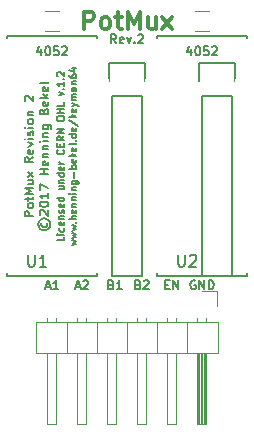
<source format=gto>
%TF.GenerationSoftware,KiCad,Pcbnew,4.0.4-stable*%
%TF.CreationDate,2017-05-05T16:15:10+02:00*%
%TF.ProjectId,potmux,706F746D75782E6B696361645F706362,2*%
%TF.FileFunction,Legend,Top*%
%FSLAX46Y46*%
G04 Gerber Fmt 4.6, Leading zero omitted, Abs format (unit mm)*
G04 Created by KiCad (PCBNEW 4.0.4-stable) date 05/05/17 16:15:10*
%MOMM*%
%LPD*%
G01*
G04 APERTURE LIST*
%ADD10C,0.100000*%
%ADD11C,0.150000*%
%ADD12C,0.300000*%
%ADD13C,0.120000*%
%ADD14R,2.432000X2.127200*%
%ADD15O,2.432000X2.127200*%
%ADD16C,1.797000*%
%ADD17R,2.100000X2.100000*%
%ADD18O,2.100000X2.100000*%
%ADD19O,2.000000X2.000000*%
%ADD20C,2.000000*%
G04 APERTURE END LIST*
D10*
D11*
X141329286Y-93303286D02*
X141079286Y-92946143D01*
X140900714Y-93303286D02*
X140900714Y-92553286D01*
X141186429Y-92553286D01*
X141257857Y-92589000D01*
X141293572Y-92624714D01*
X141329286Y-92696143D01*
X141329286Y-92803286D01*
X141293572Y-92874714D01*
X141257857Y-92910429D01*
X141186429Y-92946143D01*
X140900714Y-92946143D01*
X141936429Y-93267571D02*
X141865000Y-93303286D01*
X141722143Y-93303286D01*
X141650714Y-93267571D01*
X141615000Y-93196143D01*
X141615000Y-92910429D01*
X141650714Y-92839000D01*
X141722143Y-92803286D01*
X141865000Y-92803286D01*
X141936429Y-92839000D01*
X141972143Y-92910429D01*
X141972143Y-92981857D01*
X141615000Y-93053286D01*
X142222143Y-92803286D02*
X142400714Y-93303286D01*
X142579286Y-92803286D01*
X142865000Y-93231857D02*
X142900715Y-93267571D01*
X142865000Y-93303286D01*
X142829286Y-93267571D01*
X142865000Y-93231857D01*
X142865000Y-93303286D01*
X143186429Y-92624714D02*
X143222143Y-92589000D01*
X143293572Y-92553286D01*
X143472143Y-92553286D01*
X143543572Y-92589000D01*
X143579286Y-92624714D01*
X143615001Y-92696143D01*
X143615001Y-92767571D01*
X143579286Y-92874714D01*
X143150715Y-93303286D01*
X143615001Y-93303286D01*
D12*
X138597143Y-92118571D02*
X138597143Y-90618571D01*
X139168571Y-90618571D01*
X139311429Y-90690000D01*
X139382857Y-90761429D01*
X139454286Y-90904286D01*
X139454286Y-91118571D01*
X139382857Y-91261429D01*
X139311429Y-91332857D01*
X139168571Y-91404286D01*
X138597143Y-91404286D01*
X140311429Y-92118571D02*
X140168571Y-92047143D01*
X140097143Y-91975714D01*
X140025714Y-91832857D01*
X140025714Y-91404286D01*
X140097143Y-91261429D01*
X140168571Y-91190000D01*
X140311429Y-91118571D01*
X140525714Y-91118571D01*
X140668571Y-91190000D01*
X140740000Y-91261429D01*
X140811429Y-91404286D01*
X140811429Y-91832857D01*
X140740000Y-91975714D01*
X140668571Y-92047143D01*
X140525714Y-92118571D01*
X140311429Y-92118571D01*
X141240000Y-91118571D02*
X141811429Y-91118571D01*
X141454286Y-90618571D02*
X141454286Y-91904286D01*
X141525714Y-92047143D01*
X141668572Y-92118571D01*
X141811429Y-92118571D01*
X142311429Y-92118571D02*
X142311429Y-90618571D01*
X142811429Y-91690000D01*
X143311429Y-90618571D01*
X143311429Y-92118571D01*
X144668572Y-91118571D02*
X144668572Y-92118571D01*
X144025715Y-91118571D02*
X144025715Y-91904286D01*
X144097143Y-92047143D01*
X144240001Y-92118571D01*
X144454286Y-92118571D01*
X144597143Y-92047143D01*
X144668572Y-91975714D01*
X145240001Y-92118571D02*
X146025715Y-91118571D01*
X145240001Y-91118571D02*
X146025715Y-92118571D01*
D11*
X136906429Y-109698571D02*
X136906429Y-109984285D01*
X136306429Y-109984285D01*
X136906429Y-109498571D02*
X136506429Y-109498571D01*
X136306429Y-109498571D02*
X136335000Y-109527142D01*
X136363571Y-109498571D01*
X136335000Y-109469999D01*
X136306429Y-109498571D01*
X136363571Y-109498571D01*
X136877857Y-108955714D02*
X136906429Y-109012857D01*
X136906429Y-109127143D01*
X136877857Y-109184285D01*
X136849286Y-109212857D01*
X136792143Y-109241428D01*
X136620714Y-109241428D01*
X136563571Y-109212857D01*
X136535000Y-109184285D01*
X136506429Y-109127143D01*
X136506429Y-109012857D01*
X136535000Y-108955714D01*
X136877857Y-108469999D02*
X136906429Y-108527142D01*
X136906429Y-108641428D01*
X136877857Y-108698571D01*
X136820714Y-108727142D01*
X136592143Y-108727142D01*
X136535000Y-108698571D01*
X136506429Y-108641428D01*
X136506429Y-108527142D01*
X136535000Y-108469999D01*
X136592143Y-108441428D01*
X136649286Y-108441428D01*
X136706429Y-108727142D01*
X136506429Y-108184285D02*
X136906429Y-108184285D01*
X136563571Y-108184285D02*
X136535000Y-108155713D01*
X136506429Y-108098571D01*
X136506429Y-108012856D01*
X136535000Y-107955713D01*
X136592143Y-107927142D01*
X136906429Y-107927142D01*
X136877857Y-107669999D02*
X136906429Y-107612856D01*
X136906429Y-107498571D01*
X136877857Y-107441428D01*
X136820714Y-107412856D01*
X136792143Y-107412856D01*
X136735000Y-107441428D01*
X136706429Y-107498571D01*
X136706429Y-107584285D01*
X136677857Y-107641428D01*
X136620714Y-107669999D01*
X136592143Y-107669999D01*
X136535000Y-107641428D01*
X136506429Y-107584285D01*
X136506429Y-107498571D01*
X136535000Y-107441428D01*
X136877857Y-106927142D02*
X136906429Y-106984285D01*
X136906429Y-107098571D01*
X136877857Y-107155714D01*
X136820714Y-107184285D01*
X136592143Y-107184285D01*
X136535000Y-107155714D01*
X136506429Y-107098571D01*
X136506429Y-106984285D01*
X136535000Y-106927142D01*
X136592143Y-106898571D01*
X136649286Y-106898571D01*
X136706429Y-107184285D01*
X136906429Y-106384285D02*
X136306429Y-106384285D01*
X136877857Y-106384285D02*
X136906429Y-106441428D01*
X136906429Y-106555714D01*
X136877857Y-106612856D01*
X136849286Y-106641428D01*
X136792143Y-106669999D01*
X136620714Y-106669999D01*
X136563571Y-106641428D01*
X136535000Y-106612856D01*
X136506429Y-106555714D01*
X136506429Y-106441428D01*
X136535000Y-106384285D01*
X136506429Y-105384285D02*
X136906429Y-105384285D01*
X136506429Y-105641428D02*
X136820714Y-105641428D01*
X136877857Y-105612856D01*
X136906429Y-105555714D01*
X136906429Y-105469999D01*
X136877857Y-105412856D01*
X136849286Y-105384285D01*
X136506429Y-105098571D02*
X136906429Y-105098571D01*
X136563571Y-105098571D02*
X136535000Y-105069999D01*
X136506429Y-105012857D01*
X136506429Y-104927142D01*
X136535000Y-104869999D01*
X136592143Y-104841428D01*
X136906429Y-104841428D01*
X136906429Y-104298571D02*
X136306429Y-104298571D01*
X136877857Y-104298571D02*
X136906429Y-104355714D01*
X136906429Y-104470000D01*
X136877857Y-104527142D01*
X136849286Y-104555714D01*
X136792143Y-104584285D01*
X136620714Y-104584285D01*
X136563571Y-104555714D01*
X136535000Y-104527142D01*
X136506429Y-104470000D01*
X136506429Y-104355714D01*
X136535000Y-104298571D01*
X136877857Y-103784285D02*
X136906429Y-103841428D01*
X136906429Y-103955714D01*
X136877857Y-104012857D01*
X136820714Y-104041428D01*
X136592143Y-104041428D01*
X136535000Y-104012857D01*
X136506429Y-103955714D01*
X136506429Y-103841428D01*
X136535000Y-103784285D01*
X136592143Y-103755714D01*
X136649286Y-103755714D01*
X136706429Y-104041428D01*
X136906429Y-103498571D02*
X136506429Y-103498571D01*
X136620714Y-103498571D02*
X136563571Y-103469999D01*
X136535000Y-103441428D01*
X136506429Y-103384285D01*
X136506429Y-103327142D01*
X136849286Y-102327142D02*
X136877857Y-102355713D01*
X136906429Y-102441427D01*
X136906429Y-102498570D01*
X136877857Y-102584285D01*
X136820714Y-102641427D01*
X136763571Y-102669999D01*
X136649286Y-102698570D01*
X136563571Y-102698570D01*
X136449286Y-102669999D01*
X136392143Y-102641427D01*
X136335000Y-102584285D01*
X136306429Y-102498570D01*
X136306429Y-102441427D01*
X136335000Y-102355713D01*
X136363571Y-102327142D01*
X136592143Y-102069999D02*
X136592143Y-101869999D01*
X136906429Y-101784285D02*
X136906429Y-102069999D01*
X136306429Y-102069999D01*
X136306429Y-101784285D01*
X136906429Y-101184285D02*
X136620714Y-101384285D01*
X136906429Y-101527142D02*
X136306429Y-101527142D01*
X136306429Y-101298570D01*
X136335000Y-101241428D01*
X136363571Y-101212856D01*
X136420714Y-101184285D01*
X136506429Y-101184285D01*
X136563571Y-101212856D01*
X136592143Y-101241428D01*
X136620714Y-101298570D01*
X136620714Y-101527142D01*
X136906429Y-100927142D02*
X136306429Y-100927142D01*
X136906429Y-100584285D01*
X136306429Y-100584285D01*
X136306429Y-99727142D02*
X136306429Y-99612856D01*
X136335000Y-99555714D01*
X136392143Y-99498571D01*
X136506429Y-99469999D01*
X136706429Y-99469999D01*
X136820714Y-99498571D01*
X136877857Y-99555714D01*
X136906429Y-99612856D01*
X136906429Y-99727142D01*
X136877857Y-99784285D01*
X136820714Y-99841428D01*
X136706429Y-99869999D01*
X136506429Y-99869999D01*
X136392143Y-99841428D01*
X136335000Y-99784285D01*
X136306429Y-99727142D01*
X136906429Y-99212857D02*
X136306429Y-99212857D01*
X136592143Y-99212857D02*
X136592143Y-98870000D01*
X136906429Y-98870000D02*
X136306429Y-98870000D01*
X136906429Y-98298572D02*
X136906429Y-98584286D01*
X136306429Y-98584286D01*
X136506429Y-97698572D02*
X136906429Y-97555715D01*
X136506429Y-97412857D01*
X136849286Y-97184286D02*
X136877857Y-97155714D01*
X136906429Y-97184286D01*
X136877857Y-97212857D01*
X136849286Y-97184286D01*
X136906429Y-97184286D01*
X136906429Y-96584286D02*
X136906429Y-96927143D01*
X136906429Y-96755715D02*
X136306429Y-96755715D01*
X136392143Y-96812858D01*
X136449286Y-96870000D01*
X136477857Y-96927143D01*
X136849286Y-96327143D02*
X136877857Y-96298571D01*
X136906429Y-96327143D01*
X136877857Y-96355714D01*
X136849286Y-96327143D01*
X136906429Y-96327143D01*
X136363571Y-96070000D02*
X136335000Y-96041429D01*
X136306429Y-95984286D01*
X136306429Y-95841429D01*
X136335000Y-95784286D01*
X136363571Y-95755715D01*
X136420714Y-95727143D01*
X136477857Y-95727143D01*
X136563571Y-95755715D01*
X136906429Y-96098572D01*
X136906429Y-95727143D01*
X137556429Y-110412856D02*
X137956429Y-110298570D01*
X137670714Y-110184284D01*
X137956429Y-110069999D01*
X137556429Y-109955713D01*
X137556429Y-109784285D02*
X137956429Y-109669999D01*
X137670714Y-109555713D01*
X137956429Y-109441428D01*
X137556429Y-109327142D01*
X137556429Y-109155714D02*
X137956429Y-109041428D01*
X137670714Y-108927142D01*
X137956429Y-108812857D01*
X137556429Y-108698571D01*
X137899286Y-108470000D02*
X137927857Y-108441428D01*
X137956429Y-108470000D01*
X137927857Y-108498571D01*
X137899286Y-108470000D01*
X137956429Y-108470000D01*
X137956429Y-108184286D02*
X137356429Y-108184286D01*
X137956429Y-107927143D02*
X137642143Y-107927143D01*
X137585000Y-107955714D01*
X137556429Y-108012857D01*
X137556429Y-108098572D01*
X137585000Y-108155714D01*
X137613571Y-108184286D01*
X137927857Y-107412857D02*
X137956429Y-107470000D01*
X137956429Y-107584286D01*
X137927857Y-107641429D01*
X137870714Y-107670000D01*
X137642143Y-107670000D01*
X137585000Y-107641429D01*
X137556429Y-107584286D01*
X137556429Y-107470000D01*
X137585000Y-107412857D01*
X137642143Y-107384286D01*
X137699286Y-107384286D01*
X137756429Y-107670000D01*
X137556429Y-107127143D02*
X137956429Y-107127143D01*
X137613571Y-107127143D02*
X137585000Y-107098571D01*
X137556429Y-107041429D01*
X137556429Y-106955714D01*
X137585000Y-106898571D01*
X137642143Y-106870000D01*
X137956429Y-106870000D01*
X137556429Y-106584286D02*
X137956429Y-106584286D01*
X137613571Y-106584286D02*
X137585000Y-106555714D01*
X137556429Y-106498572D01*
X137556429Y-106412857D01*
X137585000Y-106355714D01*
X137642143Y-106327143D01*
X137956429Y-106327143D01*
X137956429Y-106041429D02*
X137556429Y-106041429D01*
X137356429Y-106041429D02*
X137385000Y-106070000D01*
X137413571Y-106041429D01*
X137385000Y-106012857D01*
X137356429Y-106041429D01*
X137413571Y-106041429D01*
X137556429Y-105755715D02*
X137956429Y-105755715D01*
X137613571Y-105755715D02*
X137585000Y-105727143D01*
X137556429Y-105670001D01*
X137556429Y-105584286D01*
X137585000Y-105527143D01*
X137642143Y-105498572D01*
X137956429Y-105498572D01*
X137556429Y-104955715D02*
X138042143Y-104955715D01*
X138099286Y-104984286D01*
X138127857Y-105012858D01*
X138156429Y-105070001D01*
X138156429Y-105155715D01*
X138127857Y-105212858D01*
X137927857Y-104955715D02*
X137956429Y-105012858D01*
X137956429Y-105127144D01*
X137927857Y-105184286D01*
X137899286Y-105212858D01*
X137842143Y-105241429D01*
X137670714Y-105241429D01*
X137613571Y-105212858D01*
X137585000Y-105184286D01*
X137556429Y-105127144D01*
X137556429Y-105012858D01*
X137585000Y-104955715D01*
X137727857Y-104670001D02*
X137727857Y-104212858D01*
X137956429Y-103927144D02*
X137356429Y-103927144D01*
X137585000Y-103927144D02*
X137556429Y-103870001D01*
X137556429Y-103755715D01*
X137585000Y-103698572D01*
X137613571Y-103670001D01*
X137670714Y-103641430D01*
X137842143Y-103641430D01*
X137899286Y-103670001D01*
X137927857Y-103698572D01*
X137956429Y-103755715D01*
X137956429Y-103870001D01*
X137927857Y-103927144D01*
X137927857Y-103155715D02*
X137956429Y-103212858D01*
X137956429Y-103327144D01*
X137927857Y-103384287D01*
X137870714Y-103412858D01*
X137642143Y-103412858D01*
X137585000Y-103384287D01*
X137556429Y-103327144D01*
X137556429Y-103212858D01*
X137585000Y-103155715D01*
X137642143Y-103127144D01*
X137699286Y-103127144D01*
X137756429Y-103412858D01*
X137956429Y-102870001D02*
X137356429Y-102870001D01*
X137727857Y-102812858D02*
X137956429Y-102641429D01*
X137556429Y-102641429D02*
X137785000Y-102870001D01*
X137927857Y-102155715D02*
X137956429Y-102212858D01*
X137956429Y-102327144D01*
X137927857Y-102384287D01*
X137870714Y-102412858D01*
X137642143Y-102412858D01*
X137585000Y-102384287D01*
X137556429Y-102327144D01*
X137556429Y-102212858D01*
X137585000Y-102155715D01*
X137642143Y-102127144D01*
X137699286Y-102127144D01*
X137756429Y-102412858D01*
X137956429Y-101784287D02*
X137927857Y-101841429D01*
X137870714Y-101870001D01*
X137356429Y-101870001D01*
X137899286Y-101555715D02*
X137927857Y-101527143D01*
X137956429Y-101555715D01*
X137927857Y-101584286D01*
X137899286Y-101555715D01*
X137956429Y-101555715D01*
X137956429Y-101012858D02*
X137356429Y-101012858D01*
X137927857Y-101012858D02*
X137956429Y-101070001D01*
X137956429Y-101184287D01*
X137927857Y-101241429D01*
X137899286Y-101270001D01*
X137842143Y-101298572D01*
X137670714Y-101298572D01*
X137613571Y-101270001D01*
X137585000Y-101241429D01*
X137556429Y-101184287D01*
X137556429Y-101070001D01*
X137585000Y-101012858D01*
X137927857Y-100498572D02*
X137956429Y-100555715D01*
X137956429Y-100670001D01*
X137927857Y-100727144D01*
X137870714Y-100755715D01*
X137642143Y-100755715D01*
X137585000Y-100727144D01*
X137556429Y-100670001D01*
X137556429Y-100555715D01*
X137585000Y-100498572D01*
X137642143Y-100470001D01*
X137699286Y-100470001D01*
X137756429Y-100755715D01*
X137327857Y-99784286D02*
X138099286Y-100298572D01*
X137956429Y-99584287D02*
X137356429Y-99584287D01*
X137727857Y-99527144D02*
X137956429Y-99355715D01*
X137556429Y-99355715D02*
X137785000Y-99584287D01*
X137927857Y-98870001D02*
X137956429Y-98927144D01*
X137956429Y-99041430D01*
X137927857Y-99098573D01*
X137870714Y-99127144D01*
X137642143Y-99127144D01*
X137585000Y-99098573D01*
X137556429Y-99041430D01*
X137556429Y-98927144D01*
X137585000Y-98870001D01*
X137642143Y-98841430D01*
X137699286Y-98841430D01*
X137756429Y-99127144D01*
X137556429Y-98641430D02*
X137956429Y-98498573D01*
X137556429Y-98355715D02*
X137956429Y-98498573D01*
X138099286Y-98555715D01*
X138127857Y-98584287D01*
X138156429Y-98641430D01*
X137956429Y-98127144D02*
X137556429Y-98127144D01*
X137613571Y-98127144D02*
X137585000Y-98098572D01*
X137556429Y-98041430D01*
X137556429Y-97955715D01*
X137585000Y-97898572D01*
X137642143Y-97870001D01*
X137956429Y-97870001D01*
X137642143Y-97870001D02*
X137585000Y-97841430D01*
X137556429Y-97784287D01*
X137556429Y-97698572D01*
X137585000Y-97641430D01*
X137642143Y-97612858D01*
X137956429Y-97612858D01*
X137956429Y-97070001D02*
X137642143Y-97070001D01*
X137585000Y-97098572D01*
X137556429Y-97155715D01*
X137556429Y-97270001D01*
X137585000Y-97327144D01*
X137927857Y-97070001D02*
X137956429Y-97127144D01*
X137956429Y-97270001D01*
X137927857Y-97327144D01*
X137870714Y-97355715D01*
X137813571Y-97355715D01*
X137756429Y-97327144D01*
X137727857Y-97270001D01*
X137727857Y-97127144D01*
X137699286Y-97070001D01*
X137556429Y-96784287D02*
X137956429Y-96784287D01*
X137613571Y-96784287D02*
X137585000Y-96755715D01*
X137556429Y-96698573D01*
X137556429Y-96612858D01*
X137585000Y-96555715D01*
X137642143Y-96527144D01*
X137956429Y-96527144D01*
X137356429Y-95984287D02*
X137356429Y-96098573D01*
X137385000Y-96155716D01*
X137413571Y-96184287D01*
X137499286Y-96241430D01*
X137613571Y-96270001D01*
X137842143Y-96270001D01*
X137899286Y-96241430D01*
X137927857Y-96212858D01*
X137956429Y-96155716D01*
X137956429Y-96041430D01*
X137927857Y-95984287D01*
X137899286Y-95955716D01*
X137842143Y-95927144D01*
X137699286Y-95927144D01*
X137642143Y-95955716D01*
X137613571Y-95984287D01*
X137585000Y-96041430D01*
X137585000Y-96155716D01*
X137613571Y-96212858D01*
X137642143Y-96241430D01*
X137699286Y-96270001D01*
X137556429Y-95412858D02*
X137956429Y-95412858D01*
X137327857Y-95555715D02*
X137756429Y-95698572D01*
X137756429Y-95327144D01*
X135354286Y-113917000D02*
X135711429Y-113917000D01*
X135282858Y-114131286D02*
X135532858Y-113381286D01*
X135782858Y-114131286D01*
X136425715Y-114131286D02*
X135997143Y-114131286D01*
X136211429Y-114131286D02*
X136211429Y-113381286D01*
X136140000Y-113488429D01*
X136068572Y-113559857D01*
X135997143Y-113595571D01*
X137894286Y-113917000D02*
X138251429Y-113917000D01*
X137822858Y-114131286D02*
X138072858Y-113381286D01*
X138322858Y-114131286D01*
X138537143Y-113452714D02*
X138572857Y-113417000D01*
X138644286Y-113381286D01*
X138822857Y-113381286D01*
X138894286Y-113417000D01*
X138930000Y-113452714D01*
X138965715Y-113524143D01*
X138965715Y-113595571D01*
X138930000Y-113702714D01*
X138501429Y-114131286D01*
X138965715Y-114131286D01*
X140920428Y-113738429D02*
X141027571Y-113774143D01*
X141063286Y-113809857D01*
X141099000Y-113881286D01*
X141099000Y-113988429D01*
X141063286Y-114059857D01*
X141027571Y-114095571D01*
X140956143Y-114131286D01*
X140670428Y-114131286D01*
X140670428Y-113381286D01*
X140920428Y-113381286D01*
X140991857Y-113417000D01*
X141027571Y-113452714D01*
X141063286Y-113524143D01*
X141063286Y-113595571D01*
X141027571Y-113667000D01*
X140991857Y-113702714D01*
X140920428Y-113738429D01*
X140670428Y-113738429D01*
X141813286Y-114131286D02*
X141384714Y-114131286D01*
X141599000Y-114131286D02*
X141599000Y-113381286D01*
X141527571Y-113488429D01*
X141456143Y-113559857D01*
X141384714Y-113595571D01*
X143206428Y-113738429D02*
X143313571Y-113774143D01*
X143349286Y-113809857D01*
X143385000Y-113881286D01*
X143385000Y-113988429D01*
X143349286Y-114059857D01*
X143313571Y-114095571D01*
X143242143Y-114131286D01*
X142956428Y-114131286D01*
X142956428Y-113381286D01*
X143206428Y-113381286D01*
X143277857Y-113417000D01*
X143313571Y-113452714D01*
X143349286Y-113524143D01*
X143349286Y-113595571D01*
X143313571Y-113667000D01*
X143277857Y-113702714D01*
X143206428Y-113738429D01*
X142956428Y-113738429D01*
X143670714Y-113452714D02*
X143706428Y-113417000D01*
X143777857Y-113381286D01*
X143956428Y-113381286D01*
X144027857Y-113417000D01*
X144063571Y-113452714D01*
X144099286Y-113524143D01*
X144099286Y-113595571D01*
X144063571Y-113702714D01*
X143635000Y-114131286D01*
X144099286Y-114131286D01*
X145496429Y-113738429D02*
X145746429Y-113738429D01*
X145853572Y-114131286D02*
X145496429Y-114131286D01*
X145496429Y-113381286D01*
X145853572Y-113381286D01*
X146175000Y-114131286D02*
X146175000Y-113381286D01*
X146603572Y-114131286D01*
X146603572Y-113381286D01*
X148018572Y-113417000D02*
X147947143Y-113381286D01*
X147840000Y-113381286D01*
X147732857Y-113417000D01*
X147661429Y-113488429D01*
X147625714Y-113559857D01*
X147590000Y-113702714D01*
X147590000Y-113809857D01*
X147625714Y-113952714D01*
X147661429Y-114024143D01*
X147732857Y-114095571D01*
X147840000Y-114131286D01*
X147911429Y-114131286D01*
X148018572Y-114095571D01*
X148054286Y-114059857D01*
X148054286Y-113809857D01*
X147911429Y-113809857D01*
X148375714Y-114131286D02*
X148375714Y-113381286D01*
X148804286Y-114131286D01*
X148804286Y-113381286D01*
X149161428Y-114131286D02*
X149161428Y-113381286D01*
X149340000Y-113381286D01*
X149447143Y-113417000D01*
X149518571Y-113488429D01*
X149554286Y-113559857D01*
X149590000Y-113702714D01*
X149590000Y-113809857D01*
X149554286Y-113952714D01*
X149518571Y-114024143D01*
X149447143Y-114095571D01*
X149340000Y-114131286D01*
X149161428Y-114131286D01*
X134321786Y-107941429D02*
X133571786Y-107941429D01*
X133571786Y-107655714D01*
X133607500Y-107584286D01*
X133643214Y-107548571D01*
X133714643Y-107512857D01*
X133821786Y-107512857D01*
X133893214Y-107548571D01*
X133928929Y-107584286D01*
X133964643Y-107655714D01*
X133964643Y-107941429D01*
X134321786Y-107084286D02*
X134286071Y-107155714D01*
X134250357Y-107191429D01*
X134178929Y-107227143D01*
X133964643Y-107227143D01*
X133893214Y-107191429D01*
X133857500Y-107155714D01*
X133821786Y-107084286D01*
X133821786Y-106977143D01*
X133857500Y-106905714D01*
X133893214Y-106870000D01*
X133964643Y-106834286D01*
X134178929Y-106834286D01*
X134250357Y-106870000D01*
X134286071Y-106905714D01*
X134321786Y-106977143D01*
X134321786Y-107084286D01*
X133821786Y-106620000D02*
X133821786Y-106334286D01*
X133571786Y-106512858D02*
X134214643Y-106512858D01*
X134286071Y-106477143D01*
X134321786Y-106405715D01*
X134321786Y-106334286D01*
X134321786Y-106084287D02*
X133571786Y-106084287D01*
X134107500Y-105834287D01*
X133571786Y-105584287D01*
X134321786Y-105584287D01*
X133821786Y-104905715D02*
X134321786Y-104905715D01*
X133821786Y-105227144D02*
X134214643Y-105227144D01*
X134286071Y-105191429D01*
X134321786Y-105120001D01*
X134321786Y-105012858D01*
X134286071Y-104941429D01*
X134250357Y-104905715D01*
X134321786Y-104620001D02*
X133821786Y-104227144D01*
X133821786Y-104620001D02*
X134321786Y-104227144D01*
X134321786Y-102941429D02*
X133964643Y-103191429D01*
X134321786Y-103370001D02*
X133571786Y-103370001D01*
X133571786Y-103084286D01*
X133607500Y-103012858D01*
X133643214Y-102977143D01*
X133714643Y-102941429D01*
X133821786Y-102941429D01*
X133893214Y-102977143D01*
X133928929Y-103012858D01*
X133964643Y-103084286D01*
X133964643Y-103370001D01*
X134286071Y-102334286D02*
X134321786Y-102405715D01*
X134321786Y-102548572D01*
X134286071Y-102620001D01*
X134214643Y-102655715D01*
X133928929Y-102655715D01*
X133857500Y-102620001D01*
X133821786Y-102548572D01*
X133821786Y-102405715D01*
X133857500Y-102334286D01*
X133928929Y-102298572D01*
X134000357Y-102298572D01*
X134071786Y-102655715D01*
X133821786Y-102048572D02*
X134321786Y-101870001D01*
X133821786Y-101691429D01*
X134321786Y-101405715D02*
X133821786Y-101405715D01*
X133571786Y-101405715D02*
X133607500Y-101441429D01*
X133643214Y-101405715D01*
X133607500Y-101370000D01*
X133571786Y-101405715D01*
X133643214Y-101405715D01*
X134286071Y-101084286D02*
X134321786Y-101012857D01*
X134321786Y-100870000D01*
X134286071Y-100798572D01*
X134214643Y-100762857D01*
X134178929Y-100762857D01*
X134107500Y-100798572D01*
X134071786Y-100870000D01*
X134071786Y-100977143D01*
X134036071Y-101048572D01*
X133964643Y-101084286D01*
X133928929Y-101084286D01*
X133857500Y-101048572D01*
X133821786Y-100977143D01*
X133821786Y-100870000D01*
X133857500Y-100798572D01*
X134321786Y-100441429D02*
X133821786Y-100441429D01*
X133571786Y-100441429D02*
X133607500Y-100477143D01*
X133643214Y-100441429D01*
X133607500Y-100405714D01*
X133571786Y-100441429D01*
X133643214Y-100441429D01*
X134321786Y-99977143D02*
X134286071Y-100048571D01*
X134250357Y-100084286D01*
X134178929Y-100120000D01*
X133964643Y-100120000D01*
X133893214Y-100084286D01*
X133857500Y-100048571D01*
X133821786Y-99977143D01*
X133821786Y-99870000D01*
X133857500Y-99798571D01*
X133893214Y-99762857D01*
X133964643Y-99727143D01*
X134178929Y-99727143D01*
X134250357Y-99762857D01*
X134286071Y-99798571D01*
X134321786Y-99870000D01*
X134321786Y-99977143D01*
X133821786Y-99405715D02*
X134321786Y-99405715D01*
X133893214Y-99405715D02*
X133857500Y-99370000D01*
X133821786Y-99298572D01*
X133821786Y-99191429D01*
X133857500Y-99120000D01*
X133928929Y-99084286D01*
X134321786Y-99084286D01*
X133643214Y-98191429D02*
X133607500Y-98155715D01*
X133571786Y-98084286D01*
X133571786Y-97905715D01*
X133607500Y-97834286D01*
X133643214Y-97798572D01*
X133714643Y-97762857D01*
X133786071Y-97762857D01*
X133893214Y-97798572D01*
X134321786Y-98227143D01*
X134321786Y-97762857D01*
X135025357Y-108495000D02*
X134989643Y-108566428D01*
X134989643Y-108709285D01*
X135025357Y-108780714D01*
X135096786Y-108852143D01*
X135168214Y-108887857D01*
X135311071Y-108887857D01*
X135382500Y-108852143D01*
X135453929Y-108780714D01*
X135489643Y-108709285D01*
X135489643Y-108566428D01*
X135453929Y-108495000D01*
X134739643Y-108637857D02*
X134775357Y-108816428D01*
X134882500Y-108995000D01*
X135061071Y-109102143D01*
X135239643Y-109137857D01*
X135418214Y-109102143D01*
X135596786Y-108995000D01*
X135703929Y-108816428D01*
X135739643Y-108637857D01*
X135703929Y-108459285D01*
X135596786Y-108280714D01*
X135418214Y-108173571D01*
X135239643Y-108137857D01*
X135061071Y-108173571D01*
X134882500Y-108280714D01*
X134775357Y-108459285D01*
X134739643Y-108637857D01*
X134918214Y-107852143D02*
X134882500Y-107816429D01*
X134846786Y-107745000D01*
X134846786Y-107566429D01*
X134882500Y-107495000D01*
X134918214Y-107459286D01*
X134989643Y-107423571D01*
X135061071Y-107423571D01*
X135168214Y-107459286D01*
X135596786Y-107887857D01*
X135596786Y-107423571D01*
X134846786Y-106959285D02*
X134846786Y-106887857D01*
X134882500Y-106816428D01*
X134918214Y-106780714D01*
X134989643Y-106745000D01*
X135132500Y-106709285D01*
X135311071Y-106709285D01*
X135453929Y-106745000D01*
X135525357Y-106780714D01*
X135561071Y-106816428D01*
X135596786Y-106887857D01*
X135596786Y-106959285D01*
X135561071Y-107030714D01*
X135525357Y-107066428D01*
X135453929Y-107102143D01*
X135311071Y-107137857D01*
X135132500Y-107137857D01*
X134989643Y-107102143D01*
X134918214Y-107066428D01*
X134882500Y-107030714D01*
X134846786Y-106959285D01*
X135596786Y-105994999D02*
X135596786Y-106423571D01*
X135596786Y-106209285D02*
X134846786Y-106209285D01*
X134953929Y-106280714D01*
X135025357Y-106352142D01*
X135061071Y-106423571D01*
X134846786Y-105744999D02*
X134846786Y-105244999D01*
X135596786Y-105566428D01*
X135596786Y-104387856D02*
X134846786Y-104387856D01*
X135203929Y-104387856D02*
X135203929Y-103959284D01*
X135596786Y-103959284D02*
X134846786Y-103959284D01*
X135561071Y-103316427D02*
X135596786Y-103387856D01*
X135596786Y-103530713D01*
X135561071Y-103602142D01*
X135489643Y-103637856D01*
X135203929Y-103637856D01*
X135132500Y-103602142D01*
X135096786Y-103530713D01*
X135096786Y-103387856D01*
X135132500Y-103316427D01*
X135203929Y-103280713D01*
X135275357Y-103280713D01*
X135346786Y-103637856D01*
X135096786Y-102959285D02*
X135596786Y-102959285D01*
X135168214Y-102959285D02*
X135132500Y-102923570D01*
X135096786Y-102852142D01*
X135096786Y-102744999D01*
X135132500Y-102673570D01*
X135203929Y-102637856D01*
X135596786Y-102637856D01*
X135096786Y-102280714D02*
X135596786Y-102280714D01*
X135168214Y-102280714D02*
X135132500Y-102244999D01*
X135096786Y-102173571D01*
X135096786Y-102066428D01*
X135132500Y-101994999D01*
X135203929Y-101959285D01*
X135596786Y-101959285D01*
X135596786Y-101602143D02*
X135096786Y-101602143D01*
X134846786Y-101602143D02*
X134882500Y-101637857D01*
X134918214Y-101602143D01*
X134882500Y-101566428D01*
X134846786Y-101602143D01*
X134918214Y-101602143D01*
X135096786Y-101245000D02*
X135596786Y-101245000D01*
X135168214Y-101245000D02*
X135132500Y-101209285D01*
X135096786Y-101137857D01*
X135096786Y-101030714D01*
X135132500Y-100959285D01*
X135203929Y-100923571D01*
X135596786Y-100923571D01*
X135096786Y-100245000D02*
X135703929Y-100245000D01*
X135775357Y-100280714D01*
X135811071Y-100316429D01*
X135846786Y-100387857D01*
X135846786Y-100495000D01*
X135811071Y-100566429D01*
X135561071Y-100245000D02*
X135596786Y-100316429D01*
X135596786Y-100459286D01*
X135561071Y-100530714D01*
X135525357Y-100566429D01*
X135453929Y-100602143D01*
X135239643Y-100602143D01*
X135168214Y-100566429D01*
X135132500Y-100530714D01*
X135096786Y-100459286D01*
X135096786Y-100316429D01*
X135132500Y-100245000D01*
X135203929Y-99066429D02*
X135239643Y-98959286D01*
X135275357Y-98923571D01*
X135346786Y-98887857D01*
X135453929Y-98887857D01*
X135525357Y-98923571D01*
X135561071Y-98959286D01*
X135596786Y-99030714D01*
X135596786Y-99316429D01*
X134846786Y-99316429D01*
X134846786Y-99066429D01*
X134882500Y-98995000D01*
X134918214Y-98959286D01*
X134989643Y-98923571D01*
X135061071Y-98923571D01*
X135132500Y-98959286D01*
X135168214Y-98995000D01*
X135203929Y-99066429D01*
X135203929Y-99316429D01*
X135561071Y-98280714D02*
X135596786Y-98352143D01*
X135596786Y-98495000D01*
X135561071Y-98566429D01*
X135489643Y-98602143D01*
X135203929Y-98602143D01*
X135132500Y-98566429D01*
X135096786Y-98495000D01*
X135096786Y-98352143D01*
X135132500Y-98280714D01*
X135203929Y-98245000D01*
X135275357Y-98245000D01*
X135346786Y-98602143D01*
X135596786Y-97923572D02*
X134846786Y-97923572D01*
X135311071Y-97852143D02*
X135596786Y-97637857D01*
X135096786Y-97637857D02*
X135382500Y-97923572D01*
X135561071Y-97030714D02*
X135596786Y-97102143D01*
X135596786Y-97245000D01*
X135561071Y-97316429D01*
X135489643Y-97352143D01*
X135203929Y-97352143D01*
X135132500Y-97316429D01*
X135096786Y-97245000D01*
X135096786Y-97102143D01*
X135132500Y-97030714D01*
X135203929Y-96995000D01*
X135275357Y-96995000D01*
X135346786Y-97352143D01*
X135596786Y-96566429D02*
X135561071Y-96637857D01*
X135489643Y-96673572D01*
X134846786Y-96673572D01*
X147661428Y-93819286D02*
X147661428Y-94319286D01*
X147482857Y-93533571D02*
X147304285Y-94069286D01*
X147768571Y-94069286D01*
X148197143Y-93569286D02*
X148268571Y-93569286D01*
X148340000Y-93605000D01*
X148375714Y-93640714D01*
X148411428Y-93712143D01*
X148447143Y-93855000D01*
X148447143Y-94033571D01*
X148411428Y-94176429D01*
X148375714Y-94247857D01*
X148340000Y-94283571D01*
X148268571Y-94319286D01*
X148197143Y-94319286D01*
X148125714Y-94283571D01*
X148090000Y-94247857D01*
X148054285Y-94176429D01*
X148018571Y-94033571D01*
X148018571Y-93855000D01*
X148054285Y-93712143D01*
X148090000Y-93640714D01*
X148125714Y-93605000D01*
X148197143Y-93569286D01*
X149125714Y-93569286D02*
X148768571Y-93569286D01*
X148732857Y-93926429D01*
X148768571Y-93890714D01*
X148840000Y-93855000D01*
X149018571Y-93855000D01*
X149090000Y-93890714D01*
X149125714Y-93926429D01*
X149161429Y-93997857D01*
X149161429Y-94176429D01*
X149125714Y-94247857D01*
X149090000Y-94283571D01*
X149018571Y-94319286D01*
X148840000Y-94319286D01*
X148768571Y-94283571D01*
X148732857Y-94247857D01*
X149447143Y-93640714D02*
X149482857Y-93605000D01*
X149554286Y-93569286D01*
X149732857Y-93569286D01*
X149804286Y-93605000D01*
X149840000Y-93640714D01*
X149875715Y-93712143D01*
X149875715Y-93783571D01*
X149840000Y-93890714D01*
X149411429Y-94319286D01*
X149875715Y-94319286D01*
X134961428Y-93819286D02*
X134961428Y-94319286D01*
X134782857Y-93533571D02*
X134604285Y-94069286D01*
X135068571Y-94069286D01*
X135497143Y-93569286D02*
X135568571Y-93569286D01*
X135640000Y-93605000D01*
X135675714Y-93640714D01*
X135711428Y-93712143D01*
X135747143Y-93855000D01*
X135747143Y-94033571D01*
X135711428Y-94176429D01*
X135675714Y-94247857D01*
X135640000Y-94283571D01*
X135568571Y-94319286D01*
X135497143Y-94319286D01*
X135425714Y-94283571D01*
X135390000Y-94247857D01*
X135354285Y-94176429D01*
X135318571Y-94033571D01*
X135318571Y-93855000D01*
X135354285Y-93712143D01*
X135390000Y-93640714D01*
X135425714Y-93605000D01*
X135497143Y-93569286D01*
X136425714Y-93569286D02*
X136068571Y-93569286D01*
X136032857Y-93926429D01*
X136068571Y-93890714D01*
X136140000Y-93855000D01*
X136318571Y-93855000D01*
X136390000Y-93890714D01*
X136425714Y-93926429D01*
X136461429Y-93997857D01*
X136461429Y-94176429D01*
X136425714Y-94247857D01*
X136390000Y-94283571D01*
X136318571Y-94319286D01*
X136140000Y-94319286D01*
X136068571Y-94283571D01*
X136032857Y-94247857D01*
X136747143Y-93640714D02*
X136782857Y-93605000D01*
X136854286Y-93569286D01*
X137032857Y-93569286D01*
X137104286Y-93605000D01*
X137140000Y-93640714D01*
X137175715Y-93712143D01*
X137175715Y-93783571D01*
X137140000Y-93890714D01*
X136711429Y-94319286D01*
X137175715Y-94319286D01*
X143510000Y-97790000D02*
X143510000Y-113030000D01*
X143510000Y-113030000D02*
X140970000Y-113030000D01*
X140970000Y-113030000D02*
X140970000Y-97790000D01*
X143790000Y-94970000D02*
X143790000Y-96520000D01*
X143510000Y-97790000D02*
X140970000Y-97790000D01*
X140690000Y-96520000D02*
X140690000Y-94970000D01*
X140690000Y-94970000D02*
X143790000Y-94970000D01*
X151130000Y-97790000D02*
X151130000Y-113030000D01*
X151130000Y-113030000D02*
X148590000Y-113030000D01*
X148590000Y-113030000D02*
X148590000Y-97790000D01*
X151410000Y-94970000D02*
X151410000Y-96520000D01*
X151130000Y-97790000D02*
X148590000Y-97790000D01*
X148310000Y-96520000D02*
X148310000Y-94970000D01*
X148310000Y-94970000D02*
X151410000Y-94970000D01*
D13*
X149920000Y-116910000D02*
X147320000Y-116910000D01*
X147320000Y-116910000D02*
X147320000Y-119530000D01*
X147320000Y-119530000D02*
X149920000Y-119530000D01*
X149920000Y-119530000D02*
X149920000Y-116910000D01*
X148970000Y-119530000D02*
X148210000Y-119530000D01*
X148210000Y-119530000D02*
X148210000Y-125530000D01*
X148210000Y-125530000D02*
X148970000Y-125530000D01*
X148970000Y-125530000D02*
X148970000Y-119530000D01*
X148970000Y-116480000D02*
X148970000Y-116910000D01*
X148210000Y-116480000D02*
X148210000Y-116910000D01*
X148850000Y-119530000D02*
X148850000Y-125530000D01*
X148730000Y-119530000D02*
X148730000Y-125530000D01*
X148610000Y-119530000D02*
X148610000Y-125530000D01*
X148490000Y-119530000D02*
X148490000Y-125530000D01*
X148370000Y-119530000D02*
X148370000Y-125530000D01*
X148250000Y-119530000D02*
X148250000Y-125530000D01*
X147320000Y-116910000D02*
X144780000Y-116910000D01*
X144780000Y-116910000D02*
X144780000Y-119530000D01*
X144780000Y-119530000D02*
X147320000Y-119530000D01*
X147320000Y-119530000D02*
X147320000Y-116910000D01*
X146430000Y-119530000D02*
X145670000Y-119530000D01*
X145670000Y-119530000D02*
X145670000Y-125530000D01*
X145670000Y-125530000D02*
X146430000Y-125530000D01*
X146430000Y-125530000D02*
X146430000Y-119530000D01*
X146430000Y-116480000D02*
X146430000Y-116910000D01*
X145670000Y-116480000D02*
X145670000Y-116910000D01*
X144780000Y-116910000D02*
X142240000Y-116910000D01*
X142240000Y-116910000D02*
X142240000Y-119530000D01*
X142240000Y-119530000D02*
X144780000Y-119530000D01*
X144780000Y-119530000D02*
X144780000Y-116910000D01*
X143890000Y-119530000D02*
X143130000Y-119530000D01*
X143130000Y-119530000D02*
X143130000Y-125530000D01*
X143130000Y-125530000D02*
X143890000Y-125530000D01*
X143890000Y-125530000D02*
X143890000Y-119530000D01*
X143890000Y-116480000D02*
X143890000Y-116910000D01*
X143130000Y-116480000D02*
X143130000Y-116910000D01*
X142240000Y-116910000D02*
X139700000Y-116910000D01*
X139700000Y-116910000D02*
X139700000Y-119530000D01*
X139700000Y-119530000D02*
X142240000Y-119530000D01*
X142240000Y-119530000D02*
X142240000Y-116910000D01*
X141350000Y-119530000D02*
X140590000Y-119530000D01*
X140590000Y-119530000D02*
X140590000Y-125530000D01*
X140590000Y-125530000D02*
X141350000Y-125530000D01*
X141350000Y-125530000D02*
X141350000Y-119530000D01*
X141350000Y-116480000D02*
X141350000Y-116910000D01*
X140590000Y-116480000D02*
X140590000Y-116910000D01*
X139700000Y-116910000D02*
X137160000Y-116910000D01*
X137160000Y-116910000D02*
X137160000Y-119530000D01*
X137160000Y-119530000D02*
X139700000Y-119530000D01*
X139700000Y-119530000D02*
X139700000Y-116910000D01*
X138810000Y-119530000D02*
X138050000Y-119530000D01*
X138050000Y-119530000D02*
X138050000Y-125530000D01*
X138050000Y-125530000D02*
X138810000Y-125530000D01*
X138810000Y-125530000D02*
X138810000Y-119530000D01*
X138810000Y-116480000D02*
X138810000Y-116910000D01*
X138050000Y-116480000D02*
X138050000Y-116910000D01*
X137160000Y-116910000D02*
X134560000Y-116910000D01*
X134560000Y-116910000D02*
X134560000Y-119530000D01*
X134560000Y-119530000D02*
X137160000Y-119530000D01*
X137160000Y-119530000D02*
X137160000Y-116910000D01*
X136270000Y-119530000D02*
X135510000Y-119530000D01*
X135510000Y-119530000D02*
X135510000Y-125530000D01*
X135510000Y-125530000D02*
X136270000Y-125530000D01*
X136270000Y-125530000D02*
X136270000Y-119530000D01*
X136270000Y-116480000D02*
X136270000Y-116910000D01*
X135510000Y-116480000D02*
X135510000Y-116910000D01*
X148590000Y-114300000D02*
X149860000Y-114300000D01*
X149860000Y-114300000D02*
X149860000Y-115570000D01*
D11*
X144780000Y-111760000D02*
X144780000Y-113030000D01*
X144780000Y-113030000D02*
X152400000Y-113030000D01*
X152400000Y-113030000D02*
X152400000Y-111760000D01*
X144780000Y-93980000D02*
X144780000Y-92710000D01*
X144780000Y-92710000D02*
X152400000Y-92710000D01*
X152400000Y-92710000D02*
X152400000Y-93980000D01*
X132080000Y-111760000D02*
X132080000Y-113030000D01*
X132080000Y-113030000D02*
X139700000Y-113030000D01*
X139700000Y-113030000D02*
X139700000Y-111760000D01*
X132080000Y-93980000D02*
X132080000Y-92710000D01*
X132080000Y-92710000D02*
X139700000Y-92710000D01*
X139700000Y-92710000D02*
X139700000Y-93980000D01*
D13*
X136497000Y-92301000D02*
X135323000Y-92301000D01*
X136497000Y-90579000D02*
X135323000Y-90579000D01*
X149197000Y-92301000D02*
X148023000Y-92301000D01*
X149197000Y-90579000D02*
X148023000Y-90579000D01*
D11*
X146558095Y-111212381D02*
X146558095Y-112021905D01*
X146605714Y-112117143D01*
X146653333Y-112164762D01*
X146748571Y-112212381D01*
X146939048Y-112212381D01*
X147034286Y-112164762D01*
X147081905Y-112117143D01*
X147129524Y-112021905D01*
X147129524Y-111212381D01*
X147558095Y-111307619D02*
X147605714Y-111260000D01*
X147700952Y-111212381D01*
X147939048Y-111212381D01*
X148034286Y-111260000D01*
X148081905Y-111307619D01*
X148129524Y-111402857D01*
X148129524Y-111498095D01*
X148081905Y-111640952D01*
X147510476Y-112212381D01*
X148129524Y-112212381D01*
X133858095Y-111212381D02*
X133858095Y-112021905D01*
X133905714Y-112117143D01*
X133953333Y-112164762D01*
X134048571Y-112212381D01*
X134239048Y-112212381D01*
X134334286Y-112164762D01*
X134381905Y-112117143D01*
X134429524Y-112021905D01*
X134429524Y-111212381D01*
X135429524Y-112212381D02*
X134858095Y-112212381D01*
X135143809Y-112212381D02*
X135143809Y-111212381D01*
X135048571Y-111355238D01*
X134953333Y-111450476D01*
X134858095Y-111498095D01*
%LPC*%
D14*
X142240000Y-96520000D03*
D15*
X142240000Y-99060000D03*
X142240000Y-101600000D03*
X142240000Y-104140000D03*
X142240000Y-106680000D03*
X142240000Y-109220000D03*
X142240000Y-111760000D03*
D14*
X149860000Y-96520000D03*
D15*
X149860000Y-99060000D03*
X149860000Y-101600000D03*
X149860000Y-104140000D03*
X149860000Y-106680000D03*
X149860000Y-109220000D03*
X149860000Y-111760000D03*
D16*
X147320000Y-96520000D03*
X147320000Y-104140000D03*
D17*
X148590000Y-115570000D03*
D18*
X146050000Y-115570000D03*
X143510000Y-115570000D03*
X140970000Y-115570000D03*
X138430000Y-115570000D03*
X135890000Y-115570000D03*
D19*
X144780000Y-93980000D03*
X144780000Y-96520000D03*
X144780000Y-99060000D03*
X144780000Y-101600000D03*
X144780000Y-104140000D03*
X144780000Y-106680000D03*
X144780000Y-109220000D03*
X144780000Y-111760000D03*
X152400000Y-111760000D03*
X152400000Y-109220000D03*
X152400000Y-106680000D03*
X152400000Y-104140000D03*
X152400000Y-101600000D03*
X152400000Y-99060000D03*
X152400000Y-96520000D03*
X152400000Y-93980000D03*
X132080000Y-93980000D03*
X132080000Y-96520000D03*
X132080000Y-99060000D03*
X132080000Y-101600000D03*
X132080000Y-104140000D03*
X132080000Y-106680000D03*
X132080000Y-109220000D03*
X132080000Y-111760000D03*
X139700000Y-111760000D03*
X139700000Y-109220000D03*
X139700000Y-106680000D03*
X139700000Y-104140000D03*
X139700000Y-101600000D03*
X139700000Y-99060000D03*
X139700000Y-96520000D03*
X139700000Y-93980000D03*
D20*
X137160000Y-91440000D03*
X134660000Y-91440000D03*
X149860000Y-91440000D03*
X147360000Y-91440000D03*
M02*

</source>
